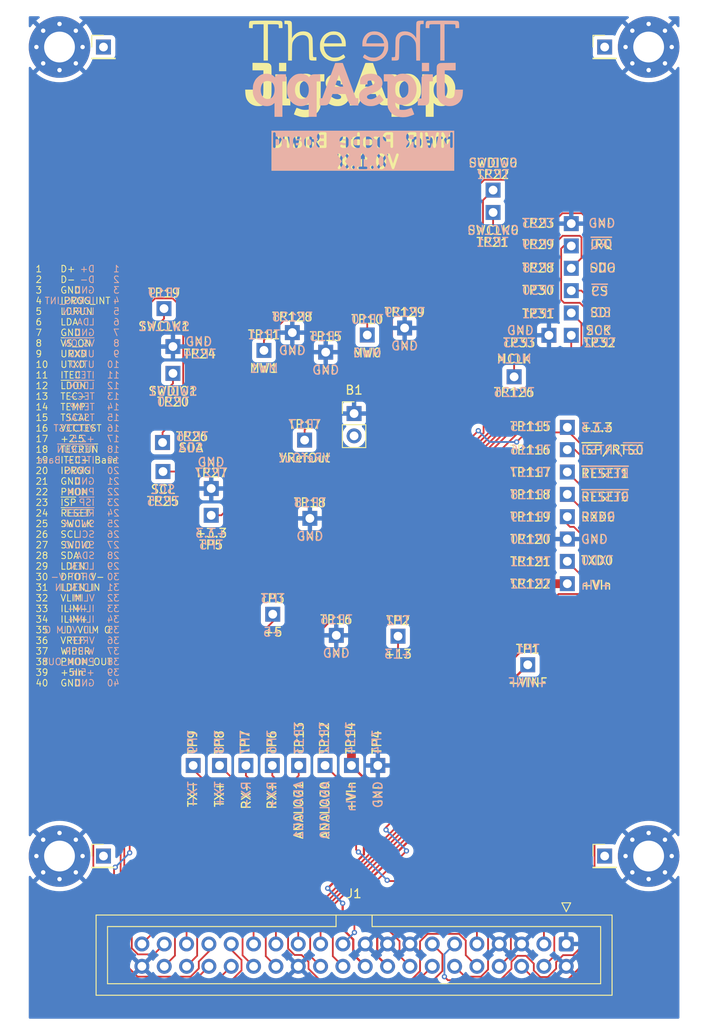
<source format=kicad_pcb>
(kicad_pcb (version 20221018) (generator pcbnew)
  (layers (0 "F.Cu" signal) (31 "B.Cu" signal) (34 "B.Paste" user) (35 "F.Paste" user) (36 "B.SilkS" user "B.Silkscreen") (37 "F.SilkS" user "F.Silkscreen") (38 "B.Mask" user) (39 "F.Mask" user) (44 "Edge.Cuts" user))
  (net 0 "")
  (net 1 "+13")
  (net 2 "+3.3")
  (net 3 "+5")
  (net 4 "+VINF")
  (net 5 "+VIn")
  (net 6 "ANALOG0")
  (net 7 "ANALOG1")
  (net 8 "GND")
  (net 9 "MCLK")
  (net 10 "MW0")
  (net 11 "MW1")
  (net 12 "RX+")
  (net 13 "RX-")
  (net 14 "RXD0")
  (net 15 "SCK")
  (net 16 "SCL")
  (net 17 "SDA")
  (net 18 "SDI")
  (net 19 "SDO")
  (net 20 "SWCLK0")
  (net 21 "SWCLK1")
  (net 22 "SWDIO0")
  (net 23 "SWDIO1")
  (net 24 "TX+")
  (net 25 "TX-")
  (net 26 "TXD0")
  (net 27 "VRefOut")
  (net 28 "~{CS}")
  (net 29 "~{IRQ}")
  (net 30 "~{ISP}{slash}RTS0")
  (net 31 "~{RESET0}")
  (net 32 "~{RESET1}")
  (footprint "test-probes:R100-2W" (layer "F.Cu") (at 128.269 102.274)
    (fp_text reference "TP25")
    (fp_text value "SCL")
  )
  (footprint "test-probes:R100-2W" (layer "F.Cu") (at 174.25 115.03)
    (fp_text reference "TP122")
    (fp_text value "+VIn")
  )
  (footprint "PinHeader_1x01_P2.54mm_Vertical" (layer "F.Cu") (at 121.5 54)
    (fp_text reference "MH8" hide)
    (fp_text value "Conn_01x01_Male")
  )
  (footprint "MountingHole_3.5mm_Pad_Via_Paste" (layer "F.Cu") (at 183.5 146)
    (fp_text reference "MH1")
    (fp_text value "Conn_01x01_Male")
  )
  (footprint "PinHeader_1x01_P2.54mm_Vertical" (layer "F.Cu") (at 178.5 146)
    (fp_text reference "MH5" hide)
    (fp_text value "Conn_01x01_Male")
  )
  (footprint "test-probes:R100-2W" (layer "F.Cu") (at 143.7 135.7)
    (fp_text reference "TP13")
    (fp_text value "ANALOG1")
  )
  (footprint "test-probes:R100-2W" (layer "F.Cu") (at 174.7 86.78 180)
    (fp_text reference "TP32")
    (fp_text value "SCK")
  )
  (footprint "test-probes:R100-2W" (layer "F.Cu") (at 142.975 86.475)
    (fp_text reference "TP128")
    (fp_text value "GND")
  )
  (footprint "test-probes:R100-2W" (layer "F.Cu") (at 139.75 88.5)
    (fp_text reference "TP11")
    (fp_text value "MW1")
  )
  (footprint "test-probes:R100-2W" (layer "F.Cu") (at 174.25 107.41)
    (fp_text reference "TP119")
    (fp_text value "RXD0")
  )
  (footprint "LOGO" (layer "F.Cu") (at 150 55.825)
    (fp_text reference "G***" hide)
    (fp_text value "LOGO" hide)
  )
  (footprint "MountingHole_3.5mm_Pad_Via_Paste" (layer "F.Cu") (at 183.5 54)
    (fp_text reference "MH2")
    (fp_text value "Conn_01x01_Male")
  )
  (footprint "PinHeader_1x01_P2.54mm_Vertical" (layer "F.Cu") (at 121.5 146)
    (fp_text reference "MH7" hide)
    (fp_text value "Conn_01x01_Male")
  )
  (footprint "test-probes:R100-2W" (layer "F.Cu") (at 174.25 112.49)
    (fp_text reference "TP121")
    (fp_text value "TXD0")
  )
  (footprint "test-probes:R100-2W" (layer "F.Cu") (at 155.75 85.95)
    (fp_text reference "TP129")
    (fp_text value "GND")
  )
  (footprint "test-probes:R100-2W" (layer "F.Cu") (at 128.218 98.972)
    (fp_text reference "TP26")
    (fp_text value "SDA")
  )
  (footprint "test-probes:R100-2W" (layer "F.Cu") (at 151.5 86.75)
    (fp_text reference "TP10")
    (fp_text value "MW0")
  )
  (footprint "test-probes:R100-2W" (layer "F.Cu") (at 174.25 104.87)
    (fp_text reference "TP118")
    (fp_text value "~{RESET0}")
  )
  (footprint "test-probes:R100-2W" (layer "F.Cu") (at 174.7 76.62 180)
    (fp_text reference "TP29")
    (fp_text value "~{IRQ}")
  )
  (footprint "test-probes:R100-2W" (layer "F.Cu") (at 169.75 124.25)
    (fp_text reference "TP1")
    (fp_text value "+VINF")
  )
  (footprint "IDC-Header_2x20_P2.54mm_Vertical" (layer "F.Cu") (at 174.13 156 -90)
    (fp_text reference "J1")
    (fp_text value "Conn_01x40_Female")
  )
  (footprint "test-probes:R100-2W" (layer "F.Cu") (at 134.7 135.7)
    (fp_text reference "TP8")
    (fp_text value "TX+")
  )
  (footprint "MountingHole_3.5mm_Pad_Via_Paste" (layer "F.Cu") (at 116.5 54)
    (fp_text reference "MH4")
    (fp_text value "Conn_01x01_Male")
  )
  (footprint "test-probes:R100-2W" (layer "F.Cu") (at 155 121)
    (fp_text reference "TP2")
    (fp_text value "+13")
  )
  (footprint "test-probes:R100-2W" (layer "F.Cu") (at 144.975 107.6)
    (fp_text reference "TP18")
    (fp_text value "GND")
  )
  (footprint "test-probes:R100-2W" (layer "F.Cu") (at 137.7 135.7)
    (fp_text reference "TP7")
    (fp_text value "RX-")
  )
  (footprint "test-probes:R100-2W" (layer "F.Cu") (at 146.775 88.7)
    (fp_text reference "TP15")
    (fp_text value "GND")
  )
  (footprint "test-probes:R100-2W" (layer "F.Cu") (at 174.25 109.95)
    (fp_text reference "TP120")
    (fp_text value "GND")
  )
  (footprint "test-probes:R100-2W" (layer "F.Cu") (at 168.2 91.5 180)
    (fp_text reference "TP126")
    (fp_text value "MCLK")
  )
  (footprint "board" (layer "F.Cu") (at 150 107.5)
    (fp_text reference "BOARD" hide)
    (fp_text value "BOARD" hide)
    (fp_line (start -37.5 -57.5) (end -37.5 57.5) (stroke (width 0.00001)) (layer "Edge.Cuts"))
    (fp_line (start -37.5 57.5) (end 37.5 57.5) (stroke (width 0.00001)) (layer "Edge.Cuts"))
    (fp_line (start 37.5 -57.5) (end -37.5 -57.5) (stroke (width 0.00001)) (layer "Edge.Cuts"))
    (fp_line (start 37.5 57.5) (end 37.5 -57.5) (stroke (width 0.00001)) (layer "Edge.Cuts"))
  )
  (footprint "test-probes:R100-2W" (layer "F.Cu") (at 133.75 107.25)
    (fp_text reference "TP5")
    (fp_text value "+3.3")
  )
  (footprint "test-probes:R100-2W" (layer "F.Cu") (at 140.75 118.5)
    (fp_text reference "TP3")
    (fp_text value "+5")
  )
  (footprint "MountingHole_3.5mm_Pad_Via_Paste" (layer "F.Cu") (at 116.5 146)
    (fp_text reference "MH3")
    (fp_text value "Conn_01x01_Male")
  )
  (footprint "test-probes:R100-2W" (layer "F.Cu") (at 165.81 72.81)
    (fp_text reference "TP21")
    (fp_text value "SWCLK0")
  )
  (footprint "test-probes:R100-2W" (layer "F.Cu") (at 174.7 74.08 180)
    (fp_text reference "TP23")
    (fp_text value "GND")
  )
  (footprint "test-probes:R100-2W" (layer "F.Cu") (at 174.25 102.33)
    (fp_text reference "TP117")
    (fp_text value "~{RESET1}")
  )
  (footprint "test-probes:R100-2W" (layer "F.Cu") (at 140.7 135.7)
    (fp_text reference "TP6")
    (fp_text value "RX+")
  )
  (footprint "PinHeader_1x01_P2.54mm_Vertical" (layer "F.Cu") (at 178.5 54)
    (fp_text reference "MH6" hide)
    (fp_text value "Conn_01x01_Male")
  )
  (footprint "test-probes:R100-2W" (layer "F.Cu") (at 152.7 135.7)
    (fp_text reference "TP4")
    (fp_text value "GND")
  )
  (footprint "test-probes:R100-2W" (layer "F.Cu") (at 172.16 86.78 180)
    (fp_text reference "TP33")
    (fp_text value "GND")
  )
  (footprint "test-probes:R100-2W" (layer "F.Cu") (at 144.375 98.7)
    (fp_text reference "TP17")
    (fp_text value "VRefOut")
  )
  (footprint "test-probes:R100-2W" (layer "F.Cu") (at 174.25 99.79)
    (fp_text reference "TP116")
    (fp_text value "~{ISP}{slash}RTS0")
  )
  (footprint "test-probes:R100-2W" (layer "F.Cu") (at 146.7 135.7)
    (fp_text reference "TP12")
    (fp_text value "ANALOG0")
  )
  (footprint "test-probes:R100-2W" (layer "F.Cu") (at 165.81 70.27)
    (fp_text reference "TP22")
    (fp_text value "SWDIO0")
  )
  (footprint "test-probes:R100-2W" (layer "F.Cu") (at 129.401 91.11)
    (fp_text reference "TP20")
    (fp_text value "SWDIO1")
  )
  (footprint "test-probes:R100-2W" (layer "F.Cu") (at 128.385 83.744)
    (fp_text reference "TP19")
    (fp_text value "SWCLK1")
  )
  (footprint "test-probes:R100-2W" (layer "F.Cu") (at 147.975 120.9)
    (fp_text reference "TP16")
    (fp_text value "GND")
  )
  (footprint "test-probes:R100-2W" (layer "F.Cu") (at 131.7 135.7)
    (fp_text reference "TP9")
    (fp_text value "TX-")
  )
  (footprint "test-probes:R100-2W" (layer "F.Cu") (at 174.7 79.16 180)
    (fp_text reference "TP28")
    (fp_text value "SDO")
  )
  (footprint "test-probes:R100-2W" (layer "F.Cu") (at 174.25 97.25)
    (fp_text reference "TP115")
    (fp_text value "+3.3")
  )
  (footprint "PinHeader_1x02_P2.54mm_Vertical" (layer "F.Cu") (at 150 95.68)
    (fp_text reference "B1")
    (fp_text value "Conn_01x02_Male")
  )
  (footprint "test-probes:R100-2W" (layer "F.Cu") (at 133.755 104.204)
    (fp_text reference "TP27")
    (fp_text value "GND")
  )
  (footprint "test-probes:R100-2W" (layer "F.Cu") (at 174.7 81.7 180)
    (fp_text reference "TP30")
    (fp_text value "~{CS}")
  )
  (footprint "test-probes:R100-2W" (layer "F.Cu") (at 149.7 135.7)
    (fp_text reference "TP14")
    (fp_text value "+VIn")
  )
  (footprint "test-probes:R100-2W" (layer "F.Cu") (at 129.401 88.062)
    (fp_text reference "TP24")
    (fp_text value "GND")
  )
  (footprint "test-probes:R100-2W" (layer "F.Cu") (at 174.7 84.24 180)
    (fp_text reference "TP31")
    (fp_text value "SDI")
  )
  (footprint "LOGO" (layer "B.Cu") (at 150 55.825 180)
    (fp_text reference "G***" hide)
    (fp_text value "LOGO" hide)
  )
  (gr_text "MWIR Probe Board\nV0.1.X ${ISSUE_DATE}" (at 151.003 67.945) (layer "B.SilkS" knockout) (effects (font (size 1.5 1.5) (thickness 0.3) bold) (justify bottom mirror)))
  (gr_text "MWIR Probe Board\nV0.1.X ${ISSUE_DATE}" (at 151.003 67.945) (layer "F.SilkS" knockout) (effects (font (size 1.5 1.5) (thickness 0.3) bold) (justify bottom)))
  (gr_text_box "1	D+\n2	D-\n3	GND\n4	IPROG_INT\n5	LDRUN\n6	LDA\n7	GND\n8	~{VS_ON}\n9	URXD\n10	UTXD\n11	ITEC\n12	~{LDON}\n13	TEC-\n14	TEMP\n15	TSCAL\n16	VCCTEST\n17	+2.5\n18	~{TECRUN}\n19	ITEC+ Base\n20	IPROG\n21	GND\n22	PMON\n23	~{ISP}\n24	~{RESET}\n25	SWCLK\n26	SCL\n27	SWDIO\n28	SDA\n29	LDEN\n30	DPOT V-\n31	LDEN_IN\n32	VLIM\n33	ILIM-\n34	ILIM+\n35	LD VLIM O\n36	VREF\n37	WIPER\n38	PMON_OUT\n39	+5In\n40	GND\n" (start 113.157 78.232) (end 123.952 127.635) (layer "B.SilkS") (effects (font (size 0.75 0.75) (thickness 0.1)) (justify left top mirror)))
  (gr_text_box "1	D+\n2	D-\n3	GND\n4	IPROG_INT\n5	LDRUN\n6	LDA\n7	GND\n8	~{VS_ON}\n9	URXD\n10	UTXD\n11	ITEC\n12	~{LDON}\n13	TEC-\n14	TEMP\n15	TSCAL\n16	VCCTEST\n17	+2.5\n18	~{TECRUN}\n19	ITEC+ Base\n20	IPROG\n21	GND\n22	PMON\n23	~{ISP}\n24	~{RESET}\n25	SWCLK\n26	SCL\n27	SWDIO\n28	SDA\n29	LDEN\n30	DPOT V-\n31	LDEN_IN\n32	VLIM\n33	ILIM-\n34	ILIM+\n35	LD VLIM O\n36	VREF\n37	WIPER\n38	PMON_OUT\n39	+5In\n40	GND\n" (start 113.157 78.232) (end 123.952 127.635) (layer "F.SilkS") (effects (font (size 0.75 0.75) (thickness 0.1)) (justify left top)))
  (segment (start 155.956 145.415) (end 152.146 149.225) (width 0.2) (layer "F.Cu") (net 1))
  (segment (start 155.1702 155.6782) (end 155.1702 157.3602) (width 0.2) (layer "F.Cu") (net 1))
  (segment (start 152.146 149.225) (end 152.146 152.654) (width 0.2) (layer "F.Cu") (net 1))
  (segment (start 155 121) (end 155 122.1517) (width 0.2) (layer "F.Cu") (net 1))
  (segment (start 154.994 122.1577) (end 154.994 141.3762) (width 0.2) (layer "F.Cu") (net 1))
  (segment (start 152.146 152.654) (end 155.1702 155.6782) (width 0.2) (layer "F.Cu") (net 1))
  (segment (start 153.635 142.7352) (end 153.635 143.0202) (width 0.2) (layer "F.Cu") (net 1))
  (segment (start 155 122.1517) (end 154.994 122.1577) (width 0.2) (layer "F.Cu") (net 1))
  (segment (start 154.994 141.3762) (end 153.635 142.7352) (width 0.2) (layer "F.Cu") (net 1))
  (segment (start 155.1702 157.3602) (end 156.35 158.54) (width 0.2) (layer "F.Cu") (net 1))
  (via (at 153.635 143.0202) (size 0.6) (drill 0.3) (layers "F.Cu" "B.Cu") (net 1))
  (via (at 155.956 145.415) (size 0.6) (drill 0.3) (layers "F.Cu" "B.Cu") (net 1))
  (segment (start 155.956 145.3412) (end 153.635 143.0202) (width 0.2) (layer "B.Cu") (net 1))
  (segment (start 155.956 145.415) (end 155.956 145.3412) (width 0.2) (layer "B.Cu") (net 1))
  (segment (start 165.24 146.926) (end 178.892 133.274) (width 0.2) (layer "F.Cu") (net 2))
  (segment (start 155.7673 105.9904) (end 136.1613 105.9904) (width 0.2) (layer "F.Cu") (net 2))
  (segment (start 177.4206 100.7817) (end 174.4647 97.8258) (width 0.2) (layer "F.Cu") (net 2))
  (segment (start 174.25 97.25) (end 174.25 97.8258) (width 0.2) (layer "F.Cu") (net 2))
  (segment (start 174.25 97.8258) (end 169.573 97.8258) (width 0.2) (layer "F.Cu") (net 2))
  (segment (start 169.573 97.8258) (end 168.4853 98.9135) (width 0.2) (layer "F.Cu") (net 2))
  (segment (start 177.494988 108.754238) (end 177.4206 108.679853) (width 0.2) (layer "F.Cu") (net 2))
  (segment (start 133.75 107.25) (end 134.9017 107.25) (width 0.2) (layer "F.Cu") (net 2))
  (segment (start 162.6067 159.7167) (end 164.4284 159.7167) (width 0.2) (layer "F.Cu") (net 2))
  (segment (start 136.1613 105.9904) (end 134.9017 107.25) (width 0.2) (layer "F.Cu") (net 2))
  (segment (start 178.892 110.196971) (end 177.494988 108.799958) (width 0.2) (layer "F.Cu") (net 2))
  (segment (start 177.494988 108.799958) (end 177.494988 108.754238) (width 0.2) (layer "F.Cu") (net 2))
  (segment (start 164.1263 97.6314) (end 155.7673 105.9904) (width 0.2) (layer "F.Cu") (net 2))
  (segment (start 174.4647 97.8258) (end 174.25 97.8258) (width 0.2) (layer "F.Cu") (net 2))
  (segment (start 161.43 158.54) (end 162.6067 159.7167) (width 0.2) (layer "F.Cu") (net 2))
  (segment (start 178.892 133.274) (end 178.892 110.196971) (width 0.2) (layer "F.Cu") (net 2))
  (segment (start 164.4284 159.7167) (end 165.24 158.9051) (width 0.2) (layer "F.Cu") (net 2))
  (segment (start 177.4206 108.679853) (end 177.4206 100.7817) (width 0.2) (layer "F.Cu") (net 2))
  (segment (start 165.24 158.9051) (end 165.24 146.926) (width 0.2) (layer "F.Cu") (net 2))
  (via (at 168.4853 98.9135) (size 0.6) (drill 0.3) (layers "F.Cu" "B.Cu") (net 2))
  (via (at 164.1263 97.6314) (size 0.6) (drill 0.3) (layers "F.Cu" "B.Cu") (net 2))
  (segment (start 168.4853 98.9135) (end 165.4084 98.9135) (width 0.2) (layer "B.Cu") (net 2))
  (segment (start 165.4084 98.9135) (end 164.1263 97.6314) (width 0.2) (layer "B.Cu") (net 2))
  (segment (start 156.1012 161.3288) (end 158.89 158.54) (width 0.2) (layer "F.Cu") (net 3))
  (segment (start 122.8426 147.2696) (end 122.702 147.4102) (width 0.2) (layer "F.Cu") (net 3))
  (segment (start 124.711 161.3288) (end 156.1012 161.3288) (width 0.2) (layer "F.Cu") (net 3))
  (segment (start 123.6124 160.2302) (end 124.711 161.3288) (width 0.2) (layer "F.Cu") (net 3))
  (segment (start 122.702 159.3198) (end 122.705 159.3228) (width 0.2) (layer "F.Cu") (net 3))
  (segment (start 123.6103 160.2302) (end 123.6124 160.2302) (width 0.2) (layer "F.Cu") (net 3))
  (segment (start 124.4797 135.6203) (end 124.4797 145.6325) (width 0.2) (layer "F.Cu") (net 3))
  (segment (start 122.705 159.3249) (end 123.6103 160.2302) (width 0.2) (layer "F.Cu") (net 3))
  (segment (start 140.75 119.35) (end 124.4797 135.6203) (width 0.2) (layer "F.Cu") (net 3))
  (segment (start 140.75 118.5) (end 140.75 119.35) (width 0.2) (layer "F.Cu") (net 3))
  (segment (start 122.705 159.3228) (end 122.705 159.3249) (width 0.2) (layer "F.Cu") (net 3))
  (segment (start 122.702 147.4102) (end 122.702 159.3198) (width 0.2) (layer "F.Cu") (net 3))
  (via (at 124.4797 145.6325) (size 0.6) (drill 0.3) (layers "F.Cu" "B.Cu") (net 3))
  (via (at 122.8426 147.2696) (size 0.6) (drill 0.3) (layers "F.Cu" "B.Cu") (net 3))
  (segment (start 122.8426 147.2696) (end 124.4797 145.6325) (width 0.2) (layer "B.Cu") (net 3))
  (segment (start 151.5465 152.6895) (end 152.633 153.776) (width 0.254) (layer "F.Cu") (net 4))
  (segment (start 164.813 135.671288) (end 151.5465 148.937788) (width 0.254) (layer "F.Cu") (net 4))
  (segment (start 151.5465 148.937788) (end 151.5465 152.6895) (width 0.254) (layer "F.Cu") (net 4))
  (segment (start 164.813 129.187) (end 164.813 135.671288) (width 0.254) (layer "F.Cu") (net 4))
  (segment (start 152.633 153.776) (end 152.633 157.363) (width 0.254) (layer "F.Cu") (net 4))
  (segment (start 152.633 157.363) (end 153.81 158.54) (width 0.254) (layer "F.Cu") (net 4))
  (segment (start 169.75 124.25) (end 164.813 129.187) (width 0.254) (layer "F.Cu") (net 4))
  (segment (start 148.702731 151.369731) (end 148.702731 154.290731) (width 0.254) (layer "F.Cu") (net 5))
  (segment (start 147.955 148.717) (end 148.206712 148.717) (width 0.254) (layer "F.Cu") (net 5))
  (segment (start 174.25 115.03) (end 157.639 115.03) (width 1) (layer "F.Cu") (net 5))
  (segment (start 148.206712 148.717) (end 151.122 145.801712) (width 0.254) (layer "F.Cu") (net 5))
  (segment (start 149.907 157.177) (end 151.27 158.54) (width 0.254) (layer "F.Cu") (net 5))
  (segment (start 151.122 137.122) (end 149.7 135.7) (width 0.254) (layer "F.Cu") (net 5))
  (segment (start 148.702731 154.290731) (end 149.907 155.495) (width 0.254) (layer "F.Cu") (net 5))
  (segment (start 149.907 155.495) (end 149.907 157.177) (width 0.254) (layer "F.Cu") (net 5))
  (segment (start 149.7 122.969) (end 149.7 135.7) (width 1) (layer "F.Cu") (net 5))
  (segment (start 147.0025 149.6695) (end 147.955 148.717) (width 0.254) (layer "F.Cu") (net 5))
  (segment (start 157.639 115.03) (end 149.7 122.969) (width 1) (layer "F.Cu") (net 5))
  (segment (start 151.122 145.801712) (end 151.122 137.122) (width 0.254) (layer "F.Cu") (net 5))
  (via (at 147.0025 149.6695) (size 0.6) (drill 0.3) (layers "F.Cu" "B.Cu") (net 5))
  (via (at 148.702731 151.369731) (size 0.6) (drill 0.3) (layers "F.Cu" "B.Cu") (net 5))
  (segment (start 148.702731 151.369731) (end 147.0025 149.6695) (width 0.254) (layer "B.Cu") (net 5))
  (segment (start 160.1917 148.844) (end 163.97 152.6223) (width 0.2) (layer "F.Cu") (net 6))
  (segment (start 153.85347 148.844) (end 160.1917 148.844) (width 0.2) (layer "F.Cu") (net 6))
  (segment (start 150.2335 139.2335) (end 146.7 135.7) (width 0.2) (layer "F.Cu") (net 6))
  (segment (start 163.97 152.6223) (end 163.97 156) (width 0.2) (layer "F.Cu") (net 6))
  (segment (start 153.761735 148.752265) (end 153.85347 148.844) (width 0.2) (layer "F.Cu") (net 6))
  (segment (start 150.495 145.542) (end 150.2335 145.2805) (width 0.2) (layer "F.Cu") (net 6))
  (segment (start 150.2335 145.2805) (end 150.2335 139.2335) (width 0.2) (layer "F.Cu") (net 6))
  (via (at 153.761735 148.752265) (size 0.6) (drill 0.3) (layers "F.Cu" "B.Cu") (net 6))
  (via (at 150.495 145.542) (size 0.6) (drill 0.3) (layers "F.Cu" "B.Cu") (net 6))
  (segment (start 153.761735 148.752265) (end 150.551471 145.542) (width 0.2) (layer "B.Cu") (net 6))
  (segment (start 150.551471 145.542) (end 150.495 145.542) (width 0.2) (layer "B.Cu") (net 6))
  (segment (start 143.7 136.8517) (end 142.496 138.0557) (width 0.2) (layer "F.Cu") (net 7))
  (segment (start 142.496 156.517) (end 143.2307 157.2517) (width 0.2) (layer "F.Cu") (net 7))
  (segment (start 162.7 157.27) (end 163.97 158.54) (width 0.2) (layer "F.Cu") (net 7))
  (segment (start 143.2307 157.2517) (end 144.0348 157.2517) (width 0.2) (layer "F.Cu") (net 7))
  (segment (start 144.8191 158.036) (end 144.8191 158.8204) (width 0.2) (layer "F.Cu") (net 7))
  (segment (start 144.8191 158.8204) (end 146.1019 160.1032) (width 0.2) (layer "F.Cu") (net 7))
  (segment (start 146.1019 160.1032) (end 156.4784 160.1032) (width 0.2) (layer "F.Cu") (net 7))
  (segment (start 144.0348 157.2517) (end 144.8191 158.036) (width 0.2) (layer "F.Cu") (net 7))
  (segment (start 158.3594 154.8483) (end 161.9422 154.8483) (width 0.2) (layer "F.Cu") (net 7))
  (segment (start 161.9422 154.8483) (end 162.7 155.6061) (width 0.2) (layer "F.Cu") (net 7))
  (segment (start 157.5017 155.706) (end 158.3594 154.8483) (width 0.2) (layer "F.Cu") (net 7))
  (segment (start 143.7 135.7) (end 143.7 136.8517) (width 0.2) (layer "F.Cu") (net 7))
  (segment (start 142.496 138.0557) (end 142.496 156.517) (width 0.2) (layer "F.Cu") (net 7))
  (segment (start 157.5017 159.0799) (end 157.5017 155.706) (width 0.2) (layer "F.Cu") (net 7))
  (segment (start 162.7 155.6061) (end 162.7 157.27) (width 0.2) (layer "F.Cu") (net 7))
  (segment (start 156.4784 160.1032) (end 157.5017 159.0799) (width 0.2) (layer "F.Cu") (net 7))
  (segment (start 179.292 133.439685) (end 179.292 76.295) (width 0.2) (layer "F.Cu") (net 9))
  (segment (start 168.2 78.3959) (end 168.2 91.5) (width 0.2) (layer "F.Cu") (net 9))
  (segment (start 167.832 157.218) (end 167.832 144.899686) (width 0.2) (layer "F.Cu") (net 9))
  (segment (start 179.292 76.295) (end 175.902 72.905) (width 0.2) (layer "F.Cu") (net 9))
  (segment (start 166.51 158.54) (end 167.832 157.218) (width 0.2) (layer "F.Cu") (net 9))
  (segment (start 175.902 72.905) (end 173.6909 72.905) (width 0.2) (layer "F.Cu") (net 9))
  (segment (start 173.6909 72.905) (end 168.2 78.3959) (width 0.2) (layer "F.Cu") (net 9))
  (segment (start 167.832 144.899686) (end 179.292 133.439685) (width 0.2) (layer "F.Cu") (net 9))
  (segment (start 176.23337 72.105) (end 176.002628 72.105) (width 0.2) (layer "F.Cu") (net 10))
  (segment (start 171.59 158.54) (end 172.7717 157.3583) (width 0.2) (layer "F.Cu") (net 10))
  (segment (start 172.7717 141.091358) (end 180.092 133.771055) (width 0.2) (layer "F.Cu") (net 10))
  (segment (start 172.7717 157.3583) (end 172.7717 141.091358) (width 0.2) (layer "F.Cu") (net 10))
  (segment (start 180.092 75.963628) (end 176.23337 72.105) (width 0.2) (layer "F.Cu") (net 10))
  (segment (start 180.092 133.771055) (end 180.092 75.963628) (width 0.2) (layer "F.Cu") (net 10))
  (segment (start 173.4075 71.7387) (end 170.333 68.6642) (width 0.2) (layer "F.Cu") (net 10))
  (segment (start 176.002628 72.105) (end 175.636328 71.7387) (width 0.2) (layer "F.Cu") (net 10))
  (segment (start 175.636328 71.7387) (end 173.4075 71.7387) (width 0.2) (layer "F.Cu") (net 10))
  (segment (start 151.5 81.8183) (end 151.5 86.75) (width 0.2) (layer "F.Cu") (net 10))
  (segment (start 164.6541 68.6642) (end 151.5 81.8183) (width 0.2) (layer "F.Cu") (net 10))
  (segment (start 170.333 68.6642) (end 164.6541 68.6642) (width 0.2) (layer "F.Cu") (net 10))
  (segment (start 139.75 87.3483) (end 139.75 88.5) (width 0.2) (layer "F.Cu") (net 11))
  (segment (start 177.3483 137.646128) (end 180.892 134.102425) (width 0.2) (layer "F.Cu") (net 11))
  (segment (start 170.673 160.163) (end 174.187 160.163) (width 0.2) (layer "F.Cu") (net 11))
  (segment (start 174.187 160.163) (end 177.3483 157.0017) (width 0.2) (layer "F.Cu") (net 11))
  (segment (start 177.3483 157.0017) (end 177.3483 137.646128) (width 0.2) (layer "F.Cu") (net 11))
  (segment (start 180.892 134.102425) (end 180.892 75.632256) (width 0.2) (layer "F.Cu") (net 11))
  (segment (start 169.05 158.54) (end 170.673 160.163) (width 0.2) (layer "F.Cu") (net 11))
  (segment (start 180.892 75.632256) (end 173.120544 67.8608) (width 0.2) (layer "F.Cu") (net 11))
  (segment (start 159.2375 67.8608) (end 139.75 87.3483) (width 0.2) (layer "F.Cu") (net 11))
  (segment (start 173.120544 67.8608) (end 159.2375 67.8608) (width 0.2) (layer "F.Cu") (net 11))
  (segment (start 141.11 137.2617) (end 140.7 136.8517) (width 0.2) (layer "F.Cu") (net 12))
  (segment (start 140.7 135.7) (end 140.7 136.8517) (width 0.2) (layer "F.Cu") (net 12))
  (segment (start 141.11 156) (end 141.11 137.2617) (width 0.2) (layer "F.Cu") (net 12))
  (segment (start 137.7 135.7) (end 137.7 136.8517) (width 0.2) (layer "F.Cu") (net 13))
  (segment (start 139.955 157.385) (end 139.955 139.1067) (width 0.2) (layer "F.Cu") (net 13))
  (segment (start 139.955 139.1067) (end 137.7 136.8517) (width 0.2) (layer "F.Cu") (net 13))
  (segment (start 141.11 158.54) (end 139.955 157.385) (width 0.2) (layer "F.Cu") (net 13))
  (segment (start 174.993987 108.5617) (end 174.5517 108.5617) (width 0.2) (layer "F.Cu") (net 14))
  (segment (start 177.292 116.713) (end 177.292 110.859713) (width 0.2) (layer "F.Cu") (net 14))
  (segment (start 151.949 146.144266) (end 151.949 146.1253) (width 0.2) (layer "F.Cu") (net 14))
  (segment (start 174.25 108.26) (end 174.25 107.41) (width 0.2) (layer "F.Cu") (net 14))
  (segment (start 151.949 146.1253) (end 156.107 141.9673) (width 0.2) (layer "F.Cu") (net 14))
  (segment (start 145.0051 157.3551) (end 145.0051 153.088168) (width 0.2) (layer "F.Cu") (net 14))
  (segment (start 177.292 110.859713) (end 174.993987 108.5617) (width 0.2) (layer "F.Cu") (net 14))
  (segment (start 174.5517 108.5617) (end 174.25 108.26) (width 0.2) (layer "F.Cu") (net 14))
  (segment (start 146.19 158.54) (end 145.0051 157.3551) (width 0.2) (layer "F.Cu") (net 14))
  (segment (start 156.107 141.9673) (end 156.107 133.972628) (width 0.2) (layer "F.Cu") (net 14))
  (segment (start 157.504 132.517942) (end 173.308942 116.713) (width 0.2) (layer "F.Cu") (net 14))
  (segment (start 156.107 133.972628) (end 157.504 132.575627) (width 0.2) (layer "F.Cu") (net 14))
  (segment (start 157.504 132.575627) (end 157.504 132.517942) (width 0.2) (layer "F.Cu") (net 14))
  (segment (start 173.308942 116.713) (end 177.292 116.713) (width 0.2) (layer "F.Cu") (net 14))
  (segment (start 145.0051 153.088168) (end 151.949 146.144266) (width 0.2) (layer "F.Cu") (net 14))
  (segment (start 132.16833 130.88) (end 133.4786 130.88) (width 0.2) (layer "F.Cu") (net 15))
  (segment (start 131.836954 130.879996) (end 131.836962 130.879996) (width 0.2) (layer "F.Cu") (net 15))
  (segment (start 133.4786 130.88) (end 174.7 89.6586) (width 0.2) (layer "F.Cu") (net 15))
  (segment (start 131.996515 130.879996) (end 132.168326 130.879996) (width 0.2) (layer "F.Cu") (net 15))
  (segment (start 128.613 134.034628) (end 131.74863 130.899) (width 0.2) (layer "F.Cu") (net 15))
  (segment (start 131.74863 130.899) (end 131.817944 130.899) (width 0.2) (layer "F.Cu") (net 15))
  (segment (start 131.83695 130.88) (end 131.836954 130.879996) (width 0.2) (layer "F.Cu") (net 15))
  (segment (start 131.836945 130.88) (end 131.83695 130.88) (width 0.2) (layer "F.Cu") (net 15))
  (segment (start 131.817944 130.899) (end 131.836945 130.88) (width 0.2) (layer "F.Cu") (net 15))
  (segment (start 132.168326 130.879996) (end 132.16833 130.88) (width 0.2) (layer "F.Cu") (net 15))
  (segment (start 131.836962 130.879996) (end 131.836966 130.879992) (width 0.2) (layer "F.Cu") (net 15))
  (segment (start 128.613004 153.256996) (end 128.613004 146.478338) (width 0.2) (layer "F.Cu") (net 15))
  (segment (start 131.836966 130.879992) (end 131.996515 130.879996) (width 0.2) (layer "F.Cu") (net 15))
  (segment (start 174.7 89.6586) (end 174.7 86.78) (width 0.2) (layer "F.Cu") (net 15))
  (segment (start 128.613 146.478334) (end 128.613 134.034628) (width 0.2) (layer "F.Cu") (net 15))
  (segment (start 125.87 156) (end 128.613004 153.256996) (width 0.2) (layer "F.Cu") (net 15))
  (segment (start 128.613004 146.478338) (end 128.613 146.478334) (width 0.2) (layer "F.Cu") (net 15))
  (segment (start 163.9008 68.2625) (end 129.8893 102.274) (width 0.2) (layer "F.Cu") (net 16))
  (segment (start 129.8893 102.274) (end 128.269 102.274) (width 0.2) (layer "F.Cu") (net 16))
  (segment (start 171.1826 159.7613) (end 172.0261 159.7613) (width 0.2) (layer "F.Cu") (net 16))
  (segment (start 160.6757 160.1184) (end 166.5955 160.1184) (width 0.2) (layer "F.Cu") (net 16))
  (segment (start 173.7694 157.2719) (end 174.9044 157.2719) (width 0.2) (layer "F.Cu") (net 16))
  (segment (start 172.956558 68.2625) (end 163.9008 68.2625) (width 0.2) (layer "F.Cu") (net 16))
  (segment (start 168.573 157.3442) (end 169.5482 157.3442) (width 0.2) (layer "F.Cu") (net 16))
  (segment (start 176.5754 137.853342) (end 180.492 133.93674) (width 0.2) (layer "F.Cu") (net 16))
  (segment (start 180.492 75.797942) (end 172.956558 68.2625) (width 0.2) (layer "F.Cu") (net 16))
  (segment (start 160.274 159.7167) (end 160.6757 160.1184) (width 0.2) (layer "F.Cu") (net 16))
  (segment (start 172.9783 158.063) (end 173.7694 157.2719) (width 0.2) (layer "F.Cu") (net 16))
  (segment (start 169.5482 157.3442) (end 170.4383 158.2343) (width 0.2) (layer "F.Cu") (net 16))
  (segment (start 176.5754 155.6009) (end 176.5754 137.853342) (width 0.2) (layer "F.Cu") (net 16))
  (segment (start 174.9044 157.2719) (end 176.5754 155.6009) (width 0.2) (layer "F.Cu") (net 16))
  (segment (start 170.4383 159.017) (end 171.1826 159.7613) (width 0.2) (layer "F.Cu") (net 16))
  (segment (start 170.4383 158.2343) (end 170.4383 159.017) (width 0.2) (layer "F.Cu") (net 16))
  (segment (start 172.9783 158.8091) (end 172.9783 158.063) (width 0.2) (layer "F.Cu") (net 16))
  (segment (start 180.492 133.93674) (end 180.492 75.797942) (width 0.2) (layer "F.Cu") (net 16))
  (segment (start 167.8983 158.8156) (end 167.8983 158.0189) (width 0.2) (layer "F.Cu") (net 16))
  (segment (start 172.0261 159.7613) (end 172.9783 158.8091) (width 0.2) (layer "F.Cu") (net 16))
  (segment (start 166.5955 160.1184) (end 167.8983 158.8156) (width 0.2) (layer "F.Cu") (net 16))
  (segment (start 167.8983 158.0189) (end 168.573 157.3442) (width 0.2) (layer "F.Cu") (net 16))
  (via (at 160.274 159.7167) (size 0.6) (drill 0.3) (layers "F.Cu" "B.Cu") (net 16))
  (segment (start 160.274 157.156) (end 160.274 159.7167) (width 0.2) (layer "B.Cu") (net 16))
  (segment (start 161.43 156) (end 160.274 157.156) (width 0.2) (layer "B.Cu") (net 16))
  (segment (start 130.5674 83.7839) (end 129.3724 82.5889) (width 0.2) (layer "F.Cu") (net 17))
  (segment (start 160.043 159.0788) (end 160.043 157.153) (width 0.2) (layer "F.Cu") (net 17))
  (segment (start 130.5674 95.4709) (end 130.5674 83.7839) (width 0.2) (layer "F.Cu") (net 17))
  (segment (start 127.3597 82.5889) (end 120.3483 89.6003) (width 0.2) (layer "F.Cu") (net 17))
  (segment (start 128.218 97.8203) (end 130.5674 95.4709) (width 0.2) (layer "F.Cu") (net 17))
  (segment (start 128.218 98.972) (end 128.218 97.8203) (width 0.2) (layer "F.Cu") (net 17))
  (segment (start 129.3724 82.5889) (end 127.3597 82.5889) (width 0.2) (layer "F.Cu") (net 17))
  (segment (start 120.3483 157.5362) (end 124.5426 161.7305) (width 0.2) (layer "F.Cu") (net 17))
  (segment (start 157.3913 161.7305) (end 160.043 159.0788) (width 0.2) (layer "F.Cu") (net 17))
  (segment (start 120.3483 89.6003) (end 120.3483 157.5362) (width 0.2) (layer "F.Cu") (net 17))
  (segment (start 124.5426 161.7305) (end 157.3913 161.7305) (width 0.2) (layer "F.Cu") (net 17))
  (segment (start 160.043 157.153) (end 158.89 156) (width 0.2) (layer "F.Cu") (net 17))
  (segment (start 175.8517 89.0749) (end 175.8517 85.3917) (width 0.2) (layer "F.Cu") (net 18))
  (segment (start 132.00264 131.279996) (end 132.149916 131.28) (width 0.2) (layer "F.Cu") (net 18))
  (segment (start 129.629 152.858371) (end 129.013 152.24237) (width 0.2) (layer "F.Cu") (net 18))
  (segment (start 175.8517 85.3917) (end 174.7 84.24) (width 0.2) (layer "F.Cu") (net 18))
  (segment (start 129.629 157.321) (end 129.629 152.858371) (width 0.2) (layer "F.Cu") (net 18))
  (segment (start 131.914315 131.299) (end 131.98363 131.299) (width 0.2) (layer "F.Cu") (net 18))
  (segment (start 132.002636 131.28) (end 132.00264 131.279996) (width 0.2) (layer "F.Cu") (net 18))
  (segment (start 132.149916 131.28) (end 133.6466 131.28) (width 0.2) (layer "F.Cu") (net 18))
  (segment (start 128.41 158.54) (end 129.629 157.321) (width 0.2) (layer "F.Cu") (net 18))
  (segment (start 131.98363 131.299) (end 132.00263 131.28) (width 0.2) (layer "F.Cu") (net 18))
  (segment (start 129.013 134.200314) (end 131.914315 131.299) (width 0.2) (layer "F.Cu") (net 18))
  (segment (start 129.013 152.24237) (end 129.013 134.200314) (width 0.2) (layer "F.Cu") (net 18))
  (segment (start 132.00263 131.28) (end 132.002636 131.28) (width 0.2) (layer "F.Cu") (net 18))
  (segment (start 133.6466 131.28) (end 175.8517 89.0749) (width 0.2) (layer "F.Cu") (net 18))
  (segment (start 128.41 156) (end 127.2267 157.1833) (width 0.2) (layer "F.Cu") (net 19))
  (segment (start 125.4187 157.1833) (end 124.7182 156.4828) (width 0.2) (layer "F.Cu") (net 19))
  (segment (start 131.652279 130.499) (end 131.671279 130.48) (width 0.2) (layer "F.Cu") (net 19))
  (segment (start 124.7182 156.4828) (end 124.7182 150.377) (width 0.2) (layer "F.Cu") (net 19))
  (segment (start 131.671279 130.48) (end 133.2673 130.48) (width 0.2) (layer "F.Cu") (net 19))
  (segment (start 175.8651 77.9949) (end 174.7 79.16) (width 0.2) (layer "F.Cu") (net 19))
  (segment (start 133.2673 130.48) (end 170.5508 93.1965) (width 0.2) (layer "F.Cu") (net 19))
  (segment (start 173.7184 75.4683) (end 175.6818 75.4683) (width 0.2) (layer "F.Cu") (net 19))
  (segment (start 175.6818 75.4683) (end 175.8651 75.6516) (width 0.2) (layer "F.Cu") (net 19))
  (segment (start 124.7182 150.377) (end 128.213 146.8822) (width 0.2) (layer "F.Cu") (net 19))
  (segment (start 127.2267 157.1833) (end 125.4187 157.1833) (width 0.2) (layer "F.Cu") (net 19))
  (segment (start 170.5508 93.1965) (end 170.5508 78.6359) (width 0.2) (layer "F.Cu") (net 19))
  (segment (start 170.5508 78.6359) (end 173.7184 75.4683) (width 0.2) (layer "F.Cu") (net 19))
  (segment (start 175.8651 75.6516) (end 175.8651 77.9949) (width 0.2) (layer "F.Cu") (net 19))
  (segment (start 128.213 133.868942) (end 131.582945 130.499) (width 0.2) (layer "F.Cu") (net 19))
  (segment (start 128.213 146.8822) (end 128.213 133.868942) (width 0.2) (layer "F.Cu") (net 19))
  (segment (start 131.582945 130.499) (end 131.652279 130.499) (width 0.2) (layer "F.Cu") (net 19))
  (segment (start 132.3383 158.788) (end 131.4103 159.716) (width 0.2) (layer "F.Cu") (net 20))
  (segment (start 133.096916 130.079984) (end 165.81 97.3669) (width 0.2) (layer "F.Cu") (net 20))
  (segment (start 131.50559 130.079984) (end 133.096916 130.079984) (width 0.2) (layer "F.Cu") (net 20))
  (segment (start 133.49 156) (end 133.49 156.845344) (width 0.2) (layer "F.Cu") (net 20))
  (segment (start 132.3383 157.997044) (end 132.3383 158.788) (width 0.2) (layer "F.Cu") (net 20))
  (segment (start 125.3763 159.716) (end 124.3148 158.6545) (width 0.2) (layer "F.Cu") (net 20))
  (segment (start 131.486574 130.099) (end 131.50559 130.079984) (width 0.2) (layer "F.Cu") (net 20))
  (segment (start 124.3148 149.6475) (end 127.813 146.1493) (width 0.2) (layer "F.Cu") (net 20))
  (segment (start 133.49 156.845344) (end 132.3383 157.997044) (width 0.2) (layer "F.Cu") (net 20))
  (segment (start 127.813 146.1493) (end 127.813 133.703256) (width 0.2) (layer "F.Cu") (net 20))
  (segment (start 124.3148 158.6545) (end 124.3148 149.6475) (width 0.2) (layer "F.Cu") (net 20))
  (segment (start 127.813 133.703256) (end 131.41726 130.099) (width 0.2) (layer "F.Cu") (net 20))
  (segment (start 131.41726 130.099) (end 131.486574 130.099) (width 0.2) (layer "F.Cu") (net 20))
  (segment (start 131.4103 159.716) (end 125.3763 159.716) (width 0.2) (layer "F.Cu") (net 20))
  (segment (start 165.81 97.3669) (end 165.81 72.81) (width 0.2) (layer "F.Cu") (net 20))
  (segment (start 123.1052 159.155) (end 123.1067 159.1565) (width 0.2) (layer "F.Cu") (net 21))
  (segment (start 137.1997 157.8222) (end 136.03 156.6525) (width 0.2) (layer "F.Cu") (net 21))
  (segment (start 123.4498 148.602) (end 123.1052 148.9466) (width 0.2) (layer "F.Cu") (net 21))
  (segment (start 123.4498 89.8309) (end 123.4498 148.602) (width 0.2) (layer "F.Cu") (net 21))
  (segment (start 128.385 83.744) (end 128.385 84.8957) (width 0.2) (layer "F.Cu") (net 21))
  (segment (start 123.1067 159.1565) (end 123.1067 159.1586) (width 0.2) (layer "F.Cu") (net 21))
  (segment (start 135.2779 160.9256) (end 137.1997 159.0038) (width 0.2) (layer "F.Cu") (net 21))
  (segment (start 136.03 156.6525) (end 136.03 156) (width 0.2) (layer "F.Cu") (net 21))
  (segment (start 137.1997 159.0038) (end 137.1997 157.8222) (width 0.2) (layer "F.Cu") (net 21))
  (segment (start 124.8758 160.9256) (end 135.2779 160.9256) (width 0.2) (layer "F.Cu") (net 21))
  (segment (start 128.385 84.8957) (end 123.4498 89.8309) (width 0.2) (layer "F.Cu") (net 21))
  (segment (start 123.7766 159.8285) (end 123.7787 159.8285) (width 0.2) (layer "F.Cu") (net 21))
  (segment (start 123.1052 148.9466) (end 123.1052 159.155) (width 0.2) (layer "F.Cu") (net 21))
  (segment (start 123.7787 159.8285) (end 124.8758 160.9256) (width 0.2) (layer "F.Cu") (net 21))
  (segment (start 123.1067 159.1586) (end 123.7766 159.8285) (width 0.2) (layer "F.Cu") (net 21))
  (segment (start 133.49 158.54) (end 131.9093 160.1207) (width 0.2) (layer "F.Cu") (net 22))
  (segment (start 123.9109 149.4834) (end 127.413 145.9813) (width 0.2) (layer "F.Cu") (net 22))
  (segment (start 132.665384 129.679996) (end 132.665388 129.68) (width 0.2) (layer "F.Cu") (net 22))
  (segment (start 164.7292 97.8796) (end 164.7292 84.8692) (width 0.2) (layer "F.Cu") (net 22))
  (segment (start 132.334028 129.679996) (end 132.665384 129.679996) (width 0.2) (layer "F.Cu") (net 22))
  (segment (start 123.9109 158.8227) (end 123.9109 149.4834) (width 0.2) (layer "F.Cu") (net 22))
  (segment (start 131.9093 160.1207) (end 125.2089 160.1207) (width 0.2) (layer "F.Cu") (net 22))
  (segment (start 127.413 145.9813) (end 127.413 133.53757) (width 0.2) (layer "F.Cu") (net 22))
  (segment (start 164.6583 71.4217) (end 165.81 70.27) (width 0.2) (layer "F.Cu") (net 22))
  (segment (start 131.251575 129.699) (end 131.320888 129.699) (width 0.2) (layer "F.Cu") (net 22))
  (segment (start 132.334024 129.679992) (end 132.334028 129.679996) (width 0.2) (layer "F.Cu") (net 22))
  (segment (start 125.2089 160.1207) (end 123.9109 158.8227) (width 0.2) (layer "F.Cu") (net 22))
  (segment (start 131.339905 129.679984) (end 132.002648 129.679984) (width 0.2) (layer "F.Cu") (net 22))
  (segment (start 127.413 133.53757) (end 131.251575 129.699) (width 0.2) (layer "F.Cu") (net 22))
  (segment (start 132.002652 129.679988) (end 132.002663 129.679988) (width 0.2) (layer "F.Cu") (net 22))
  (segment (start 132.665388 129.68) (end 132.9288 129.68) (width 0.2) (layer "F.Cu") (net 22))
  (segment (start 164.7292 84.8692) (end 164.6583 84.7983) (width 0.2) (layer "F.Cu") (net 22))
  (segment (start 132.002663 129.679988) (end 132.002667 129.679992) (width 0.2) (layer "F.Cu") (net 22))
  (segment (start 132.002667 129.679992) (end 132.334024 129.679992) (width 0.2) (layer "F.Cu") (net 22))
  (segment (start 131.320888 129.699) (end 131.339905 129.679984) (width 0.2) (layer "F.Cu") (net 22))
  (segment (start 132.002648 129.679984) (end 132.002652 129.679988) (width 0.2) (layer "F.Cu") (net 22))
  (segment (start 164.6583 84.7983) (end 164.6583 71.4217) (width 0.2) (layer "F.Cu") (net 22))
  (segment (start 132.9288 129.68) (end 164.7292 97.8796) (width 0.2) (layer "F.Cu") (net 22))
  (segment (start 123.8674 148.7524) (end 123.5069 149.1129) (width 0.2) (layer "F.Cu") (net 23))
  (segment (start 123.5084 158.9902) (end 125.0421 160.5239) (width 0.2) (layer "F.Cu") (net 23))
  (segment (start 123.8674 97.7953) (end 123.8674 148.7524) (width 0.2) (layer "F.Cu") (net 23))
  (segment (start 123.5069 149.9309) (end 123.5084 149.9324) (width 0.2) (layer "F.Cu") (net 23))
  (segment (start 123.5084 149.9324) (end 123.5084 158.9902) (width 0.2) (layer "F.Cu") (net 23))
  (segment (start 129.401 91.11) (end 129.401 92.2617) (width 0.2) (layer "F.Cu") (net 23))
  (segment (start 134.0461 160.5239) (end 136.03 158.54) (width 0.2) (layer "F.Cu") (net 23))
  (segment (start 123.5069 149.1129) (end 123.5069 149.9309) (width 0.2) (layer "F.Cu") (net 23))
  (segment (start 129.401 92.2617) (end 123.8674 97.7953) (width 0.2) (layer "F.Cu") (net 23))
  (segment (start 125.0421 160.5239) (end 134.0461 160.5239) (width 0.2) (layer "F.Cu") (net 23))
  (segment (start 138.57 139.57) (end 134.7 135.7) (width 0.2) (layer "F.Cu") (net 24))
  (segment (start 138.57 156) (end 138.57 139.57) (width 0.2) (layer "F.Cu") (net 24))
  (segment (start 131.7 136.145) (end 131.7 135.7) (width 0.2) (layer "F.Cu") (net 25))
  (segment (start 137.3179 141.7629) (end 131.7 136.145) (width 0.2) (layer "F.Cu") (net 25))
  (segment (start 138.57 158.54) (end 137.3179 157.2879) (width 0.2) (layer "F.Cu") (net 25))
  (segment (start 137.3179 157.2879) (end 137.3179 141.7629) (width 0.2) (layer "F.Cu") (net 25))
  (segment (start 157.104 132.352256) (end 173.251256 116.205) (width 0.2) (layer "F.Cu") (net 26))
  (segment (start 143.65 156) (end 143.65 153.877582) (width 0.2) (layer "F.Cu") (net 26))
  (segment (start 143.65 153.877582) (end 151.549 145.978581) (width 0.2) (layer "F.Cu") (net 26))
  (segment (start 176.022 116.205) (end 176.022 114.262) (width 0.2) (layer "F.Cu") (net 26))
  (segment (start 151.549 145.978581) (end 151.549 145.9594) (width 0.2) (layer "F.Cu") (net 26))
  (segment (start 157.104 132.409942) (end 157.104 132.352256) (width 0.2) (layer "F.Cu") (net 26))
  (segment (start 151.549 145.9594) (end 155.707 141.8014) (width 0.2) (layer "F.Cu") (net 26))
  (segment (start 176.022 114.262) (end 174.25 112.49) (width 0.2) (layer "F.Cu") (net 26))
  (segment (start 155.707 133.806942) (end 157.104 132.409942) (width 0.2) (layer "F.Cu") (net 26))
  (segment (start 173.251256 116.205) (end 176.022 116.205) (width 0.2) (layer "F.Cu") (net 26))
  (segment (start 155.707 141.8014) (end 155.707 133.806942) (width 0.2) (layer "F.Cu") (net 26))
  (segment (start 154.3186 79.5782) (end 154.3186 87.6047) (width 0.2) (layer "F.Cu") (net 27))
  (segment (start 179.692 76.129314) (end 176.067685 72.505) (width 0.2) (layer "F.Cu") (net 27))
  (segment (start 170.7833 72.1802) (end 167.6959 69.0928) (width 0.2) (layer "F.Cu") (net 27))
  (segment (start 154.3186 87.6047) (end 144.375 97.5483) (width 0.2) (layer "F.Cu") (net 27))
  (segment (start 179.692 133.60537) (end 179.692 76.129314) (width 0.2) (layer "F.Cu") (net 27))
  (segment (start 144.375 97.5483) (end 144.375 98.7) (width 0.2) (layer "F.Cu") (net 27))
  (segment (start 167.6959 69.0928) (end 164.804 69.0928) (width 0.2) (layer "F.Cu") (net 27))
  (segment (start 171.59 156) (end 171.59 141.707372) (width 0.2) (layer "F.Cu") (net 27))
  (segment (start 176.067685 72.505) (end 175.836942 72.505) (width 0.2) (layer "F.Cu") (net 27))
  (segment (start 175.512142 72.1802) (end 170.7833 72.1802) (width 0.2) (layer "F.Cu") (net 27))
  (segment (start 171.59 141.707372) (end 179.692 133.60537) (width 0.2) (layer "F.Cu") (net 27))
  (segment (start 175.836942 72.505) (end 175.512142 72.1802) (width 0.2) (layer "F.Cu") (net 27))
  (segment (start 164.804 69.0928) (end 154.3186 79.5782) (width 0.2) (layer "F.Cu") (net 27))
  (segment (start 144.375 98.7) (end 144.378 98.7) (width 0.2) (layer "B.Cu") (net 27))
  (segment (start 144.378 98.7) (end 144.399 98.679) (width 0.2) (layer "B.Cu") (net 27))
  (segment (start 132.334 132.08) (end 134.5073 132.08) (width 0.2) (layer "F.Cu") (net 28))
  (segment (start 166.315 100.2723) (end 166.315 100.2006) (width 0.2) (layer "F.Cu") (net 28))
  (segment (start 175.8517 81.7) (end 174.7 81.7) (width 0.2) (layer "F.Cu") (net 28))
  (segment (start 166.315 100.2006) (end 176.7019 89.8137) (width 0.2) (layer "F.Cu") (net 28))
  (segment (start 134.5073 132.08) (end 166.315 100.2723) (width 0.2) (layer "F.Cu") (net 28))
  (segment (start 176.7019 82.5502) (end 175.8517 81.7) (width 0.2) (layer "F.Cu") (net 28))
  (segment (start 129.813 151.911) (end 129.813 134.601) (width 0.2) (layer "F.Cu") (net 28))
  (segment (start 132.155 157.335) (end 132.155 154.253) (width 0.2) (layer "F.Cu") (net 28))
  (segment (start 129.813 134.601) (end 132.334 132.08) (width 0.2) (layer "F.Cu") (net 28))
  (segment (start 130.95 158.54) (end 132.155 157.335) (width 0.2) (layer "F.Cu") (net 28))
  (segment (start 176.7019 89.8137) (end 176.7019 82.5502) (width 0.2) (layer "F.Cu") (net 28))
  (segment (start 132.155 154.253) (end 129.813 151.911) (width 0.2) (layer "F.Cu") (net 28))
  (segment (start 129.413 134.366) (end 132.08 131.699) (width 0.2) (layer "F.Cu") (net 29))
  (segment (start 132.149314 131.699) (end 132.168315 131.68) (width 0.2) (layer "F.Cu") (net 29))
  (segment (start 176.2709 89.2521) (end 176.2709 83.6842) (width 0.2) (layer "F.Cu") (net 29))
  (segment (start 176.2709 83.6842) (end 175.675 83.0883) (width 0.2) (layer "F.Cu") (net 29))
  (segment (start 133.843 131.68) (end 176.2709 89.2521) (width 0.2) (layer "F.Cu") (net 29))
  (segment (start 173.85 76.62) (end 174.7 76.62) (width 0.2) (layer "F.Cu") (net 29))
  (segment (start 130.95 156) (end 130.95 153.613686) (width 0.2) (layer "F.Cu") (net 29))
  (segment (start 173.8812 83.0883) (end 173.5483 82.7554) (width 0.2) (layer "F.Cu") (net 29))
  (segment (start 129.413 152.076685) (end 129.413 134.366) (width 0.2) (layer "F.Cu") (net 29))
  (segment (start 132.168315 131.68) (end 133.843 131.68) (width 0.2) (layer "F.Cu") (net 29))
  (segment (start 175.675 83.0883) (end 173.8812 83.0883) (width 0.2) (layer "F.Cu") (net 29))
  (segment (start 130.95 153.613686) (end 129.413 152.076685) (width 0.2) (layer "F.Cu") (net 29))
  (segment (start 173.5483 82.7554) (end 173.5483 76.9217) (width 0.2) (layer "F.Cu") (net 29))
  (segment (start 132.08 131.699) (end 132.149314 131.699) (width 0.2) (layer "F.Cu") (net 29))
  (segment (start 173.5483 76.9217) (end 173.85 76.62) (width 0.2) (layer "F.Cu") (net 29))
  (segment (start 158.704 133.015) (end 173.025446 118.693554) (width 0.2) (layer "F.Cu") (net 30))
  (segment (start 177.0085 118.693554) (end 178.492 117.210055) (width 0.2) (layer "F.Cu") (net 30))
  (segment (start 178.492 110.362657) (end 177.094988 108.965643) (width 0.2) (layer "F.Cu") (net 30))
  (segment (start 150.0374 149.840731) (end 158.704 141.174131) (width 0.2) (layer "F.Cu") (net 30))
  (segment (start 175.1 99.79) (end 174.25 99.79) (width 0.2) (layer "F.Cu") (net 30))
  (segment (start 177.0189 101.7089) (end 175.1 99.79) (width 0.2) (layer "F.Cu") (net 30))
  (segment (start 178.492 117.210055) (end 178.492 110.362657) (width 0.2) (layer "F.Cu") (net 30))
  (segment (start 177.094988 108.91993) (end 177.0189 108.843842) (width 0.2) (layer "F.Cu") (net 30))
  (segment (start 177.094988 108.965643) (end 177.094988 108.91993) (width 0.2) (layer "F.Cu") (net 30))
  (segment (start 158.704 141.174131) (end 158.704 133.015) (width 0.2) (layer "F.Cu") (net 30))
  (segment (start 177.0189 108.843842) (end 177.0189 101.7089) (width 0.2) (layer "F.Cu") (net 30))
  (segment (start 173.025446 118.693554) (end 177.0085 118.693554) (width 0.2) (layer "F.Cu") (net 30))
  (segment (start 150.0374 154.6926) (end 150.0374 149.840731) (width 0.2) (layer "F.Cu") (net 30))
  (via (at 150.0374 154.6926) (size 0.6) (drill 0.3) (layers "F.Cu" "B.Cu") (net 30))
  (segment (start 148.73 156) (end 150.0374 154.6926) (width 0.2) (layer "B.Cu") (net 30))
  (segment (start 157.904 132.683628) (end 172.694076 117.893554) (width 0.2) (layer "F.Cu") (net 31))
  (segment (start 146.19 152.468954) (end 156.507 142.151951) (width 0.2) (layer "F.Cu") (net 31))
  (segment (start 172.694076 117.893554) (end 176.677128 117.893554) (width 0.2) (layer "F.Cu") (net 31))
  (segment (start 176.294988 109.297013) (end 176.294988 109.251303) (width 0.2) (layer "F.Cu") (net 31))
  (segment (start 157.904 132.741312) (end 157.904 132.683628) (width 0.2) (layer "F.Cu") (net 31))
  (segment (start 146.19 156) (end 146.19 152.468954) (width 0.2) (layer "F.Cu") (net 31))
  (segment (start 176.2034 109.159715) (end 176.2034 106.8234) (width 0.2) (layer "F.Cu") (net 31))
  (segment (start 156.507 134.138314) (end 157.904 132.741312) (width 0.2) (layer "F.Cu") (net 31))
  (segment (start 176.294988 109.251303) (end 176.2034 109.159715) (width 0.2) (layer "F.Cu") (net 31))
  (segment (start 176.677128 117.893554) (end 177.692 116.878685) (width 0.2) (layer "F.Cu") (net 31))
  (segment (start 156.507 142.151951) (end 156.507 134.138314) (width 0.2) (layer "F.Cu") (net 31))
  (segment (start 176.2034 106.8234) (end 174.25 104.87) (width 0.2) (layer "F.Cu") (net 31))
  (segment (start 177.692 110.694027) (end 176.294988 109.297013) (width 0.2) (layer "F.Cu") (net 31))
  (segment (start 177.692 116.878685) (end 177.692 110.694027) (width 0.2) (layer "F.Cu") (net 31))
  (segment (start 158.304 132.849314) (end 172.859761 118.293554) (width 0.2) (layer "F.Cu") (net 32))
  (segment (start 156.907 134.304) (end 158.304 132.906997) (width 0.2) (layer "F.Cu") (net 32))
  (segment (start 176.694988 109.085617) (end 176.6172 109.007829) (width 0.2) (layer "F.Cu") (net 32))
  (segment (start 147.58 157.39) (end 147.58 151.64464) (width 0.2) (layer "F.Cu") (net 32))
  (segment (start 148.899131 150.344) (end 156.907 142.336131) (width 0.2) (layer "F.Cu") (net 32))
  (segment (start 176.694988 109.131328) (end 176.694988 109.085617) (width 0.2) (layer "F.Cu") (net 32))
  (segment (start 148.73 158.54) (end 147.58 157.39) (width 0.2) (layer "F.Cu") (net 32))
  (segment (start 158.304 132.906997) (end 158.304 132.849314) (width 0.2) (layer "F.Cu") (net 32))
  (segment (start 156.907 142.336131) (end 156.907 134.304) (width 0.2) (layer "F.Cu") (net 32))
  (segment (start 172.859761 118.293554) (end 176.842814 118.293554) (width 0.2) (layer "F.Cu") (net 32))
  (segment (start 176.6172 109.007829) (end 176.6172 104.6972) (width 0.2) (layer "F.Cu") (net 32))
  (segment (start 178.092 110.528341) (end 176.694988 109.131328) (width 0.2) (layer "F.Cu") (net 32))
  (segment (start 176.842814 118.293554) (end 178.092 117.04437) (width 0.2) (layer "F.Cu") (net 32))
  (segment (start 147.58 151.64464) (end 148.880639 150.344) (width 0.2) (layer "F.Cu") (net 32))
  (segment (start 176.6172 104.6972) (end 174.25 102.33) (width 0.2) (layer "F.Cu") (net 32))
  (segment (start 148.880639 150.344) (end 148.899131 150.344) (width 0.2) (layer "F.Cu") (net 32))
  (segment (start 178.092 117.04437) (end 178.092 110.528341) (width 0.2) (layer "F.Cu") (net 32))
  (zone (net 8) (net_name "GND") (layer "B.Cu") (connect_pads (clearance 0.5)) (min_thickness 0.25) (fill yes (thermal_gap 0.5) (thermal_bridge_width 0.5))
    (polygon (pts (xy 112.499995 50) (xy 112.499996 49.999996) (xy 112.5 49.999995) (xy 187.5 49.999995) (xy 187.500004 49.999996) (xy 187.500005 50) (xy 187.500005 165) (xy 187.500004 165.000004) (xy 187.5 165.000005) (xy 112.5 165.000005) (xy 112.499996 165.000004) (xy 112.499995 165)))
  )
)
</source>
